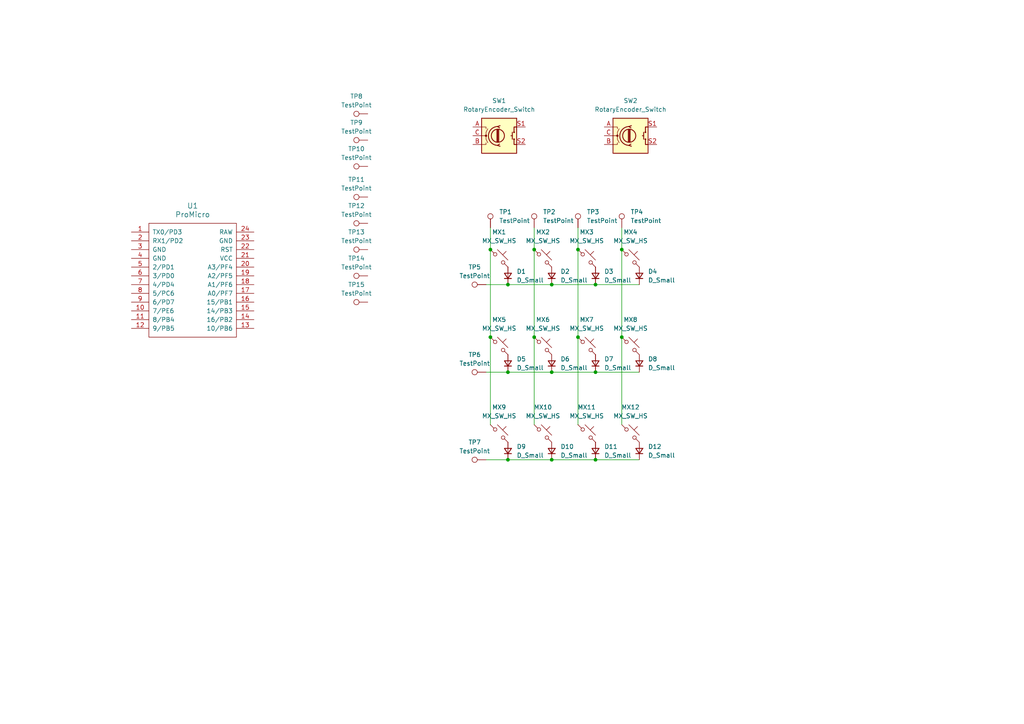
<source format=kicad_sch>
(kicad_sch (version 20230121) (generator eeschema)
  (paper "A4")
  (lib_symbols
    (symbol "Connector:TestPoint" (pin_numbers hide) (pin_names (offset 0.762) hide)
      (property "Reference" "TP" (at 0 6.858 0))
      (property "Value" "TestPoint" (at 0 5.08 0))
      (symbol "TestPoint_0_1"
        (circle (center 0 3.302) (radius 0.762))
      )
      (symbol "TestPoint_1_1"
        (pin passive line (at 0 0 90) (length 2.54) (name "1") (number "1"))
      )
    )
    (symbol "Device:D_Small" (pin_numbers hide) (pin_names (offset 0.254) hide)
      (property "Reference" "D" (at -1.27 2.032 0))
      (property "Value" "D_Small" (at -3.81 -2.032 0))
      (symbol "D_Small_0_1"
        (polyline (pts (xy -0.762 -1.016) (xy -0.762 1.016)) (stroke (width 0.254)))
        (polyline (pts (xy -0.762 0) (xy 0.762 0)))
        (polyline (pts (xy 0.762 -1.016) (xy -0.762 0) (xy 0.762 1.016) (xy 0.762 -1.016)) (stroke (width 0.254)))
      )
      (symbol "D_Small_1_1"
        (pin passive line (at -2.54 0 0) (length 1.778) (name "K") (number "1"))
        (pin passive line (at 2.54 0 180) (length 1.778) (name "A") (number "2"))
      )
    )
    (symbol "Device:RotaryEncoder_Switch" (pin_names (offset 0.254) hide)
      (property "Reference" "SW" (at 0 6.604 0))
      (property "Value" "RotaryEncoder_Switch" (at 0 -6.604 0))
      (symbol "RotaryEncoder_Switch_0_1"
        (rectangle (start -5.08 5.08) (end 5.08 -5.08) (stroke (width 0.254)) (fill (type background)))
        (circle (center -3.81 0) (radius 0.254) (fill (type outline)))
        (circle (center -0.381 0) (radius 1.905) (stroke (width 0.254)))
        (arc (start -0.381 2.667) (mid -3.0988 -0.0635) (end -0.381 -2.794) (stroke (width 0.254)))
        (polyline (pts (xy -0.635 -1.778) (xy -0.635 1.778)) (stroke (width 0.254)))
        (polyline (pts (xy -0.381 -1.778) (xy -0.381 1.778)) (stroke (width 0.254)))
        (polyline (pts (xy -0.127 1.778) (xy -0.127 -1.778)) (stroke (width 0.254)))
        (polyline (pts (xy 3.81 0) (xy 3.429 0)) (stroke (width 0.254)))
        (polyline (pts (xy 3.81 1.016) (xy 3.81 -1.016)) (stroke (width 0.254)))
        (polyline (pts (xy -5.08 -2.54) (xy -3.81 -2.54) (xy -3.81 -2.032)))
        (polyline (pts (xy -5.08 2.54) (xy -3.81 2.54) (xy -3.81 2.032)))
        (polyline (pts (xy 0.254 -3.048) (xy -0.508 -2.794) (xy 0.127 -2.413)) (stroke (width 0.254)))
        (polyline (pts (xy 0.254 2.921) (xy -0.508 2.667) (xy 0.127 2.286)) (stroke (width 0.254)))
        (polyline (pts (xy 5.08 -2.54) (xy 4.318 -2.54) (xy 4.318 -1.016)) (stroke (width 0.254)))
        (polyline (pts (xy 5.08 2.54) (xy 4.318 2.54) (xy 4.318 1.016)) (stroke (width 0.254)))
        (polyline (pts (xy -5.08 0) (xy -3.81 0) (xy -3.81 -1.016) (xy -3.302 -2.032)))
        (polyline (pts (xy -4.318 0) (xy -3.81 0) (xy -3.81 1.016) (xy -3.302 2.032)))
        (circle (center 4.318 -1.016) (radius 0.127) (stroke (width 0.254)))
        (circle (center 4.318 1.016) (radius 0.127) (stroke (width 0.254)))
      )
      (symbol "RotaryEncoder_Switch_1_1"
        (pin passive line (at -7.62 2.54 0) (length 2.54) (name "A") (number "A"))
        (pin passive line (at -7.62 -2.54 0) (length 2.54) (name "B") (number "B"))
        (pin passive line (at -7.62 0 0) (length 2.54) (name "C") (number "C"))
        (pin passive line (at 7.62 2.54 180) (length 2.54) (name "S1") (number "S1"))
        (pin passive line (at 7.62 -2.54 180) (length 2.54) (name "S2") (number "S2"))
      )
    )
    (symbol "keebio:ProMicro" (pin_names (offset 1.016))
      (property "Reference" "U" (at 0 0 0))
      (property "Value" "ProMicro" (at 0 -19.05 0))
      (symbol "ProMicro_0_1"
        (rectangle (start -12.7 -16.51) (end 12.7 16.51))
      )
      (symbol "ProMicro_1_1"
        (pin input line (at -17.78 13.97 0) (length 5.08) (name "TX0/PD3") (number "1"))
        (pin input line (at -17.78 -8.89 0) (length 5.08) (name "7/PE6") (number "10"))
        (pin input line (at -17.78 -11.43 0) (length 5.08) (name "8/PB4") (number "11"))
        (pin input line (at -17.78 -13.97 0) (length 5.08) (name "9/PB5") (number "12"))
        (pin input line (at 17.78 -13.97 180) (length 5.08) (name "10/PB6") (number "13"))
        (pin input line (at 17.78 -11.43 180) (length 5.08) (name "16/PB2") (number "14"))
        (pin input line (at 17.78 -8.89 180) (length 5.08) (name "14/PB3") (number "15"))
        (pin input line (at 17.78 -6.35 180) (length 5.08) (name "15/PB1") (number "16"))
        (pin input line (at 17.78 -3.81 180) (length 5.08) (name "A0/PF7") (number "17"))
        (pin input line (at 17.78 -1.27 180) (length 5.08) (name "A1/PF6") (number "18"))
        (pin input line (at 17.78 1.27 180) (length 5.08) (name "A2/PF5") (number "19"))
        (pin input line (at -17.78 11.43 0) (length 5.08) (name "RX1/PD2") (number "2"))
        (pin input line (at 17.78 3.81 180) (length 5.08) (name "A3/PF4") (number "20"))
        (pin input line (at 17.78 6.35 180) (length 5.08) (name "VCC") (number "21"))
        (pin input line (at 17.78 8.89 180) (length 5.08) (name "RST") (number "22"))
        (pin input line (at 17.78 11.43 180) (length 5.08) (name "GND") (number "23"))
        (pin input line (at 17.78 13.97 180) (length 5.08) (name "RAW") (number "24"))
        (pin input line (at -17.78 8.89 0) (length 5.08) (name "GND") (number "3"))
        (pin input line (at -17.78 6.35 0) (length 5.08) (name "GND") (number "4"))
        (pin input line (at -17.78 3.81 0) (length 5.08) (name "2/PD1") (number "5"))
        (pin input line (at -17.78 1.27 0) (length 5.08) (name "3/PD0") (number "6"))
        (pin input line (at -17.78 -1.27 0) (length 5.08) (name "4/PD4") (number "7"))
        (pin input line (at -17.78 -3.81 0) (length 5.08) (name "5/PC6") (number "8"))
        (pin input line (at -17.78 -6.35 0) (length 5.08) (name "6/PD7") (number "9"))
      )
    )
    (symbol "marbastlib-mx:MX_SW_HS" (pin_numbers hide) (pin_names (offset 1.016) hide)
      (property "Reference" "MX" (at 3.048 1.016 0))
      (property "Value" "MX_SW_HS" (at 0 -3.81 0))
      (symbol "MX_SW_HS_0_1"
        (circle (center -1.1684 1.1684) (radius 0.508))
        (polyline (pts (xy -0.508 2.54) (xy 2.54 -0.508)))
        (polyline (pts (xy 1.016 1.016) (xy 2.032 2.032)))
        (polyline (pts (xy -2.54 2.54) (xy -1.524 1.524) (xy -1.524 1.524)))
        (polyline (pts (xy 1.524 -1.524) (xy 2.54 -2.54) (xy 2.54 -2.54) (xy 2.54 -2.54)))
        (circle (center 1.143 -1.1938) (radius 0.508))
        (pin passive line (at -2.54 2.54 0) (length 0) (name "1") (number "1"))
        (pin passive line (at 2.54 -2.54 180) (length 0) (name "2") (number "2"))
      )
    )
  )
  (junction (at 154.94 72.39))
  (junction (at 160.02 133.35))
  (junction (at 180.34 72.39))
  (junction (at 147.32 107.95))
  (junction (at 160.02 107.95))
  (junction (at 160.02 82.55))
  (junction (at 180.34 97.79))
  (junction (at 147.32 133.35))
  (junction (at 154.94 97.79))
  (junction (at 147.32 82.55))
  (junction (at 167.64 72.39))
  (junction (at 142.24 97.79))
  (junction (at 167.64 97.79))
  (junction (at 172.72 107.95))
  (junction (at 142.24 72.39))
  (junction (at 172.72 82.55))
  (junction (at 172.72 133.35))
  (wire (pts (xy 180.34 97.79) (xy 180.34 123.19)))
  (wire (pts (xy 167.64 72.39) (xy 167.64 97.79)))
  (wire (pts (xy 160.02 133.35) (xy 172.72 133.35)))
  (wire (pts (xy 147.32 107.95) (xy 160.02 107.95)))
  (wire (pts (xy 154.94 97.79) (xy 154.94 123.19)))
  (wire (pts (xy 147.32 133.35) (xy 160.02 133.35)))
  (wire (pts (xy 140.97 133.35) (xy 147.32 133.35)))
  (wire (pts (xy 180.34 72.39) (xy 180.34 97.79)))
  (wire (pts (xy 140.97 107.95) (xy 147.32 107.95)))
  (wire (pts (xy 154.94 72.39) (xy 154.94 97.79)))
  (wire (pts (xy 167.64 97.79) (xy 167.64 123.19)))
  (wire (pts (xy 172.72 133.35) (xy 185.42 133.35)))
  (wire (pts (xy 142.24 97.79) (xy 142.24 123.19)))
  (wire (pts (xy 147.32 82.55) (xy 160.02 82.55)))
  (wire (pts (xy 142.24 66.04) (xy 142.24 72.39)))
  (wire (pts (xy 167.64 66.04) (xy 167.64 72.39)))
  (wire (pts (xy 142.24 72.39) (xy 142.24 97.79)))
  (wire (pts (xy 172.72 82.55) (xy 185.42 82.55)))
  (wire (pts (xy 160.02 107.95) (xy 172.72 107.95)))
  (wire (pts (xy 154.94 66.04) (xy 154.94 72.39)))
  (wire (pts (xy 160.02 82.55) (xy 172.72 82.55)))
  (wire (pts (xy 172.72 107.95) (xy 185.42 107.95)))
  (wire (pts (xy 140.97 82.55) (xy 147.32 82.55)))
  (wire (pts (xy 180.34 66.04) (xy 180.34 72.39)))
  (symbol (lib_id "Connector:TestPoint") (at 167.64 66.04 0) (unit 1)
    (property "Reference" "TP3" (at 170.18 61.468 0) (effects (justify left)))
    (property "Value" "TestPoint" (at 170.18 64.008 0) (effects (justify left)))
    (property "Footprint" "TestPoint:TestPoint_Pad_3.0x3.0mm" (effects hide))
  )
  (symbol (lib_id "marbastlib-mx:MX_SW_HS") (at 144.78 125.73 0) (unit 1)
    (property "Reference" "MX9" (at 144.78 118.11 0))
    (property "Value" "MX_SW_HS" (at 144.78 120.65 0))
    (property "Footprint" "marbastlib-mx:SW_MX_HS_1u" (effects hide))
  )
  (symbol (lib_id "Connector:TestPoint") (at 106.68 72.39 90) (unit 1)
    (property "Reference" "TP13" (at 103.378 67.31 90))
    (property "Value" "TestPoint" (at 103.378 69.85 90))
    (property "Footprint" "TestPoint:TestPoint_Pad_3.0x3.0mm" (effects hide))
  )
  (symbol (lib_id "Connector:TestPoint") (at 106.68 48.26 90) (unit 1)
    (property "Reference" "TP10" (at 103.378 43.18 90))
    (property "Value" "TestPoint" (at 103.378 45.72 90))
    (property "Footprint" "TestPoint:TestPoint_Pad_3.0x3.0mm" (effects hide))
  )
  (symbol (lib_id "Connector:TestPoint") (at 106.68 80.01 90) (unit 1)
    (property "Reference" "TP14" (at 103.378 74.93 90))
    (property "Value" "TestPoint" (at 103.378 77.47 90))
    (property "Footprint" "TestPoint:TestPoint_Pad_3.0x3.0mm" (effects hide))
  )
  (symbol (lib_id "Connector:TestPoint") (at 140.97 82.55 90) (unit 1)
    (property "Reference" "TP5" (at 137.668 77.47 90))
    (property "Value" "TestPoint" (at 137.668 80.01 90))
    (property "Footprint" "TestPoint:TestPoint_Pad_3.0x3.0mm" (effects hide))
  )
  (symbol (lib_id "Connector:TestPoint") (at 140.97 107.95 90) (unit 1)
    (property "Reference" "TP6" (at 137.668 102.87 90))
    (property "Value" "TestPoint" (at 137.668 105.41 90))
    (property "Footprint" "TestPoint:TestPoint_Pad_3.0x3.0mm" (effects hide))
  )
  (symbol (lib_id "marbastlib-mx:MX_SW_HS") (at 157.48 74.93 0) (unit 1)
    (property "Reference" "MX2" (at 157.48 67.31 0))
    (property "Value" "MX_SW_HS" (at 157.48 69.85 0))
    (property "Footprint" "marbastlib-mx:SW_MX_HS_1u" (effects hide))
  )
  (symbol (lib_id "marbastlib-mx:MX_SW_HS") (at 182.88 74.93 0) (unit 1)
    (property "Reference" "MX4" (at 182.88 67.31 0))
    (property "Value" "MX_SW_HS" (at 182.88 69.85 0))
    (property "Footprint" "marbastlib-mx:SW_MX_HS_1u" (effects hide))
  )
  (symbol (lib_id "keebio:ProMicro") (at 55.88 81.28 0) (unit 1)
    (property "Reference" "U1" (at 55.88 59.69 0) (effects (font (size 1.524 1.524))))
    (property "Value" "ProMicro" (at 55.88 62.23 0) (effects (font (size 1.524 1.524))))
    (property "Footprint" "Keebio-Parts:ArduinoProMicro" (effects hide))
  )
  (symbol (lib_id "Device:RotaryEncoder_Switch") (at 144.78 39.37 0) (unit 1)
    (property "Reference" "SW1" (at 144.78 29.21 0))
    (property "Value" "RotaryEncoder_Switch" (at 144.78 31.75 0))
    (property "Footprint" "Keebio-Parts:RotaryEncoder_EC11" (effects hide))
  )
  (symbol (lib_id "Connector:TestPoint") (at 106.68 33.02 90) (unit 1)
    (property "Reference" "TP8" (at 103.378 27.94 90))
    (property "Value" "TestPoint" (at 103.378 30.48 90))
    (property "Footprint" "TestPoint:TestPoint_Pad_3.0x3.0mm" (effects hide))
  )
  (symbol (lib_id "Connector:TestPoint") (at 180.34 66.04 0) (unit 1)
    (property "Reference" "TP4" (at 182.88 61.468 0) (effects (justify left)))
    (property "Value" "TestPoint" (at 182.88 64.008 0) (effects (justify left)))
    (property "Footprint" "TestPoint:TestPoint_Pad_3.0x3.0mm" (effects hide))
  )
  (symbol (lib_id "Device:D_Small") (at 172.72 130.81 90) (unit 1)
    (property "Reference" "D11" (at 175.26 129.54 90) (effects (justify right)))
    (property "Value" "D_Small" (at 175.26 132.08 90) (effects (justify right)))
    (property "Footprint" "Diode_SMD:D_SOD-123" (effects hide))
    (property "Sim.Device" "D" (effects hide))
    (property "Sim.Pins" "1=K 2=A" (effects hide))
  )
  (symbol (lib_id "Device:D_Small") (at 185.42 130.81 90) (unit 1)
    (property "Reference" "D12" (at 187.96 129.54 90) (effects (justify right)))
    (property "Value" "D_Small" (at 187.96 132.08 90) (effects (justify right)))
    (property "Footprint" "Diode_SMD:D_SOD-123" (effects hide))
    (property "Sim.Device" "D" (effects hide))
    (property "Sim.Pins" "1=K 2=A" (effects hide))
  )
  (symbol (lib_id "marbastlib-mx:MX_SW_HS") (at 182.88 125.73 0) (unit 1)
    (property "Reference" "MX12" (at 182.88 118.11 0))
    (property "Value" "MX_SW_HS" (at 182.88 120.65 0))
    (property "Footprint" "marbastlib-mx:SW_MX_HS_1u" (effects hide))
  )
  (symbol (lib_id "Connector:TestPoint") (at 106.68 64.77 90) (unit 1)
    (property "Reference" "TP12" (at 103.378 59.69 90))
    (property "Value" "TestPoint" (at 103.378 62.23 90))
    (property "Footprint" "TestPoint:TestPoint_Pad_3.0x3.0mm" (effects hide))
  )
  (symbol (lib_id "Device:RotaryEncoder_Switch") (at 182.88 39.37 0) (unit 1)
    (property "Reference" "SW2" (at 182.88 29.21 0))
    (property "Value" "RotaryEncoder_Switch" (at 182.88 31.75 0))
    (property "Footprint" "Keebio-Parts:RotaryEncoder_EC11" (effects hide))
  )
  (symbol (lib_id "Device:D_Small") (at 172.72 105.41 90) (unit 1)
    (property "Reference" "D7" (at 175.26 104.14 90) (effects (justify right)))
    (property "Value" "D_Small" (at 175.26 106.68 90) (effects (justify right)))
    (property "Footprint" "Diode_SMD:D_SOD-123" (effects hide))
    (property "Sim.Device" "D" (effects hide))
    (property "Sim.Pins" "1=K 2=A" (effects hide))
  )
  (symbol (lib_id "Device:D_Small") (at 185.42 105.41 90) (unit 1)
    (property "Reference" "D8" (at 187.96 104.14 90) (effects (justify right)))
    (property "Value" "D_Small" (at 187.96 106.68 90) (effects (justify right)))
    (property "Footprint" "Diode_SMD:D_SOD-123" (effects hide))
    (property "Sim.Device" "D" (effects hide))
    (property "Sim.Pins" "1=K 2=A" (effects hide))
  )
  (symbol (lib_id "marbastlib-mx:MX_SW_HS") (at 144.78 74.93 0) (unit 1)
    (property "Reference" "MX1" (at 144.78 67.31 0))
    (property "Value" "MX_SW_HS" (at 144.78 69.85 0))
    (property "Footprint" "marbastlib-mx:SW_MX_HS_1u" (effects hide))
  )
  (symbol (lib_id "Device:D_Small") (at 147.32 80.01 90) (unit 1)
    (property "Reference" "D1" (at 149.86 78.74 90) (effects (justify right)))
    (property "Value" "D_Small" (at 149.86 81.28 90) (effects (justify right)))
    (property "Footprint" "Diode_SMD:D_SOD-123" (effects hide))
    (property "Sim.Device" "D" (effects hide))
    (property "Sim.Pins" "1=K 2=A" (effects hide))
  )
  (symbol (lib_id "Device:D_Small") (at 160.02 130.81 90) (unit 1)
    (property "Reference" "D10" (at 162.56 129.54 90) (effects (justify right)))
    (property "Value" "D_Small" (at 162.56 132.08 90) (effects (justify right)))
    (property "Footprint" "Diode_SMD:D_SOD-123" (effects hide))
    (property "Sim.Device" "D" (effects hide))
    (property "Sim.Pins" "1=K 2=A" (effects hide))
  )
  (symbol (lib_id "Device:D_Small") (at 160.02 80.01 90) (unit 1)
    (property "Reference" "D2" (at 162.56 78.74 90) (effects (justify right)))
    (property "Value" "D_Small" (at 162.56 81.28 90) (effects (justify right)))
    (property "Footprint" "Diode_SMD:D_SOD-123" (effects hide))
    (property "Sim.Device" "D" (effects hide))
    (property "Sim.Pins" "1=K 2=A" (effects hide))
  )
  (symbol (lib_id "marbastlib-mx:MX_SW_HS") (at 170.18 125.73 0) (unit 1)
    (property "Reference" "MX11" (at 170.18 118.11 0))
    (property "Value" "MX_SW_HS" (at 170.18 120.65 0))
    (property "Footprint" "marbastlib-mx:SW_MX_HS_1u" (effects hide))
  )
  (symbol (lib_id "marbastlib-mx:MX_SW_HS") (at 182.88 100.33 0) (unit 1)
    (property "Reference" "MX8" (at 182.88 92.71 0))
    (property "Value" "MX_SW_HS" (at 182.88 95.25 0))
    (property "Footprint" "marbastlib-mx:SW_MX_HS_1u" (effects hide))
  )
  (symbol (lib_id "marbastlib-mx:MX_SW_HS") (at 157.48 125.73 0) (unit 1)
    (property "Reference" "MX10" (at 157.48 118.11 0))
    (property "Value" "MX_SW_HS" (at 157.48 120.65 0))
    (property "Footprint" "marbastlib-mx:SW_MX_HS_1u" (effects hide))
  )
  (symbol (lib_id "Connector:TestPoint") (at 154.94 66.04 0) (unit 1)
    (property "Reference" "TP2" (at 157.48 61.468 0) (effects (justify left)))
    (property "Value" "TestPoint" (at 157.48 64.008 0) (effects (justify left)))
    (property "Footprint" "TestPoint:TestPoint_Pad_3.0x3.0mm" (effects hide))
  )
  (symbol (lib_id "Device:D_Small") (at 147.32 105.41 90) (unit 1)
    (property "Reference" "D5" (at 149.86 104.14 90) (effects (justify right)))
    (property "Value" "D_Small" (at 149.86 106.68 90) (effects (justify right)))
    (property "Footprint" "Diode_SMD:D_SOD-123" (effects hide))
    (property "Sim.Device" "D" (effects hide))
    (property "Sim.Pins" "1=K 2=A" (effects hide))
  )
  (symbol (lib_id "marbastlib-mx:MX_SW_HS") (at 144.78 100.33 0) (unit 1)
    (property "Reference" "MX5" (at 144.78 92.71 0))
    (property "Value" "MX_SW_HS" (at 144.78 95.25 0))
    (property "Footprint" "marbastlib-mx:SW_MX_HS_1u" (effects hide))
  )
  (symbol (lib_id "Device:D_Small") (at 160.02 105.41 90) (unit 1)
    (property "Reference" "D6" (at 162.56 104.14 90) (effects (justify right)))
    (property "Value" "D_Small" (at 162.56 106.68 90) (effects (justify right)))
    (property "Footprint" "Diode_SMD:D_SOD-123" (effects hide))
    (property "Sim.Device" "D" (effects hide))
    (property "Sim.Pins" "1=K 2=A" (effects hide))
  )
  (symbol (lib_id "marbastlib-mx:MX_SW_HS") (at 170.18 74.93 0) (unit 1)
    (property "Reference" "MX3" (at 170.18 67.31 0))
    (property "Value" "MX_SW_HS" (at 170.18 69.85 0))
    (property "Footprint" "marbastlib-mx:SW_MX_HS_1u" (effects hide))
  )
  (symbol (lib_id "Connector:TestPoint") (at 106.68 87.63 90) (unit 1)
    (property "Reference" "TP15" (at 103.378 82.55 90))
    (property "Value" "TestPoint" (at 103.378 85.09 90))
    (property "Footprint" "TestPoint:TestPoint_Pad_3.0x3.0mm" (effects hide))
  )
  (symbol (lib_id "Connector:TestPoint") (at 106.68 57.15 90) (unit 1)
    (property "Reference" "TP11" (at 103.378 52.07 90))
    (property "Value" "TestPoint" (at 103.378 54.61 90))
    (property "Footprint" "TestPoint:TestPoint_Pad_3.0x3.0mm" (effects hide))
  )
  (symbol (lib_id "Device:D_Small") (at 185.42 80.01 90) (unit 1)
    (property "Reference" "D4" (at 187.96 78.74 90) (effects (justify right)))
    (property "Value" "D_Small" (at 187.96 81.28 90) (effects (justify right)))
    (property "Footprint" "Diode_SMD:D_SOD-123" (effects hide))
    (property "Sim.Device" "D" (effects hide))
    (property "Sim.Pins" "1=K 2=A" (effects hide))
  )
  (symbol (lib_id "Device:D_Small") (at 172.72 80.01 90) (unit 1)
    (property "Reference" "D3" (at 175.26 78.74 90) (effects (justify right)))
    (property "Value" "D_Small" (at 175.26 81.28 90) (effects (justify right)))
    (property "Footprint" "Diode_SMD:D_SOD-123" (effects hide))
    (property "Sim.Device" "D" (effects hide))
    (property "Sim.Pins" "1=K 2=A" (effects hide))
  )
  (symbol (lib_id "marbastlib-mx:MX_SW_HS") (at 157.48 100.33 0) (unit 1)
    (property "Reference" "MX6" (at 157.48 92.71 0))
    (property "Value" "MX_SW_HS" (at 157.48 95.25 0))
    (property "Footprint" "marbastlib-mx:SW_MX_HS_1u" (effects hide))
  )
  (symbol (lib_id "Connector:TestPoint") (at 142.24 66.04 0) (unit 1)
    (property "Reference" "TP1" (at 144.78 61.468 0) (effects (justify left)))
    (property "Value" "TestPoint" (at 144.78 64.008 0) (effects (justify left)))
    (property "Footprint" "TestPoint:TestPoint_Pad_3.0x3.0mm" (effects hide))
  )
  (symbol (lib_id "Connector:TestPoint") (at 140.97 133.35 90) (unit 1)
    (property "Reference" "TP7" (at 137.668 128.27 90))
    (property "Value" "TestPoint" (at 137.668 130.81 90))
    (property "Footprint" "TestPoint:TestPoint_Pad_3.0x3.0mm" (effects hide))
  )
  (symbol (lib_id "Device:D_Small") (at 147.32 130.81 90) (unit 1)
    (property "Reference" "D9" (at 149.86 129.54 90) (effects (justify right)))
    (property "Value" "D_Small" (at 149.86 132.08 90) (effects (justify right)))
    (property "Footprint" "Diode_SMD:D_SOD-123" (effects hide))
    (property "Sim.Device" "D" (effects hide))
    (property "Sim.Pins" "1=K 2=A" (effects hide))
  )
  (symbol (lib_id "marbastlib-mx:MX_SW_HS") (at 170.18 100.33 0) (unit 1)
    (property "Reference" "MX7" (at 170.18 92.71 0))
    (property "Value" "MX_SW_HS" (at 170.18 95.25 0))
    (property "Footprint" "marbastlib-mx:SW_MX_HS_1u" (effects hide))
  )
  (symbol (lib_id "Connector:TestPoint") (at 106.68 40.64 90) (unit 1)
    (property "Reference" "TP9" (at 103.378 35.56 90))
    (property "Value" "TestPoint" (at 103.378 38.1 90))
    (property "Footprint" "TestPoint:TestPoint_Pad_3.0x3.0mm" (effects hide))
  )
)
</source>
